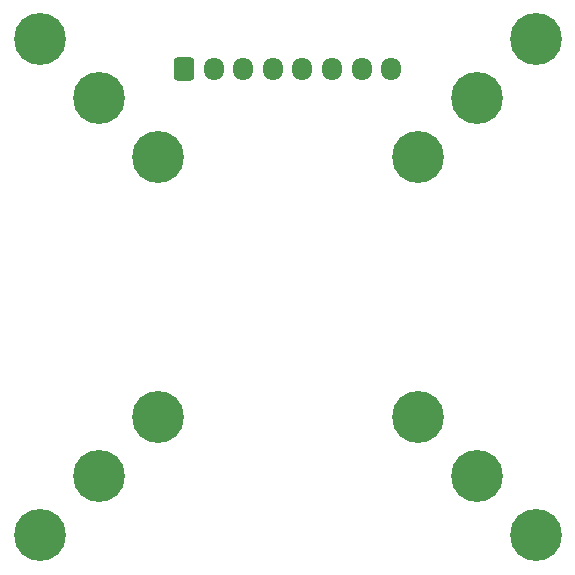
<source format=gbr>
%TF.GenerationSoftware,KiCad,Pcbnew,(6.0.0)*%
%TF.CreationDate,2022-01-20T18:02:09+07:00*%
%TF.ProjectId,CubeSat Encoder,43756265-5361-4742-9045-6e636f646572,rev?*%
%TF.SameCoordinates,Original*%
%TF.FileFunction,Soldermask,Bot*%
%TF.FilePolarity,Negative*%
%FSLAX46Y46*%
G04 Gerber Fmt 4.6, Leading zero omitted, Abs format (unit mm)*
G04 Created by KiCad (PCBNEW (6.0.0)) date 2022-01-20 18:02:09*
%MOMM*%
%LPD*%
G01*
G04 APERTURE LIST*
G04 Aperture macros list*
%AMRoundRect*
0 Rectangle with rounded corners*
0 $1 Rounding radius*
0 $2 $3 $4 $5 $6 $7 $8 $9 X,Y pos of 4 corners*
0 Add a 4 corners polygon primitive as box body*
4,1,4,$2,$3,$4,$5,$6,$7,$8,$9,$2,$3,0*
0 Add four circle primitives for the rounded corners*
1,1,$1+$1,$2,$3*
1,1,$1+$1,$4,$5*
1,1,$1+$1,$6,$7*
1,1,$1+$1,$8,$9*
0 Add four rect primitives between the rounded corners*
20,1,$1+$1,$2,$3,$4,$5,0*
20,1,$1+$1,$4,$5,$6,$7,0*
20,1,$1+$1,$6,$7,$8,$9,0*
20,1,$1+$1,$8,$9,$2,$3,0*%
G04 Aperture macros list end*
%ADD10C,4.400000*%
%ADD11C,0.700000*%
%ADD12RoundRect,0.250000X-0.600000X-0.725000X0.600000X-0.725000X0.600000X0.725000X-0.600000X0.725000X0*%
%ADD13O,1.700000X1.950000*%
G04 APERTURE END LIST*
D10*
%TO.C,H12*%
X125000000Y-55000000D03*
D11*
X126650000Y-55000000D03*
X126166726Y-56166726D03*
X125000000Y-56650000D03*
X123833274Y-56166726D03*
X123350000Y-55000000D03*
X123833274Y-53833274D03*
X125000000Y-53350000D03*
X126166726Y-53833274D03*
%TD*%
D10*
%TO.C,H11*%
X125000000Y-87000000D03*
D11*
X126650000Y-87000000D03*
X126166726Y-88166726D03*
X125000000Y-88650000D03*
X123833274Y-88166726D03*
X123350000Y-87000000D03*
X123833274Y-85833274D03*
X125000000Y-85350000D03*
X126166726Y-85833274D03*
%TD*%
D10*
%TO.C,H10*%
X157000000Y-87000000D03*
D11*
X158650000Y-87000000D03*
X158166726Y-88166726D03*
X157000000Y-88650000D03*
X155833274Y-88166726D03*
X155350000Y-87000000D03*
X155833274Y-85833274D03*
X157000000Y-85350000D03*
X158166726Y-85833274D03*
%TD*%
D10*
%TO.C,H9*%
X157000000Y-55000000D03*
D11*
X158650000Y-55000000D03*
X158166726Y-56166726D03*
X157000000Y-56650000D03*
X155833274Y-56166726D03*
X155350000Y-55000000D03*
X155833274Y-53833274D03*
X157000000Y-53350000D03*
X158166726Y-53833274D03*
%TD*%
D10*
%TO.C,H8*%
X120000000Y-92000000D03*
D11*
X121650000Y-92000000D03*
X121166726Y-93166726D03*
X120000000Y-93650000D03*
X118833274Y-93166726D03*
X118350000Y-92000000D03*
X118833274Y-90833274D03*
X120000000Y-90350000D03*
X121166726Y-90833274D03*
%TD*%
D10*
%TO.C,H7*%
X162000000Y-92000000D03*
D11*
X163650000Y-92000000D03*
X163166726Y-93166726D03*
X162000000Y-93650000D03*
X160833274Y-93166726D03*
X160350000Y-92000000D03*
X160833274Y-90833274D03*
X162000000Y-90350000D03*
X163166726Y-90833274D03*
%TD*%
D10*
%TO.C,H6*%
X120000000Y-50000000D03*
D11*
X121650000Y-50000000D03*
X121166726Y-51166726D03*
X120000000Y-51650000D03*
X118833274Y-51166726D03*
X118350000Y-50000000D03*
X118833274Y-48833274D03*
X120000000Y-48350000D03*
X121166726Y-48833274D03*
%TD*%
D10*
%TO.C,H5*%
X162000000Y-50000000D03*
D11*
X163650000Y-50000000D03*
X163166726Y-51166726D03*
X162000000Y-51650000D03*
X160833274Y-51166726D03*
X160350000Y-50000000D03*
X160833274Y-48833274D03*
X162000000Y-48350000D03*
X163166726Y-48833274D03*
%TD*%
%TO.C,H2*%
X131650000Y-82000000D03*
D10*
X130000000Y-82000000D03*
D11*
X128350000Y-82000000D03*
X130000000Y-80350000D03*
X131166726Y-83166726D03*
X128833274Y-80833274D03*
X130000000Y-83650000D03*
X131166726Y-80833274D03*
X128833274Y-83166726D03*
%TD*%
%TO.C,H1*%
X128350000Y-60000000D03*
X131166726Y-58833274D03*
X128833274Y-61166726D03*
X131650000Y-60000000D03*
X131166726Y-61166726D03*
X130000000Y-58350000D03*
D10*
X130000000Y-60000000D03*
D11*
X128833274Y-58833274D03*
X130000000Y-61650000D03*
%TD*%
%TO.C,H3*%
X150833274Y-58833274D03*
X150833274Y-61166726D03*
X150350000Y-60000000D03*
X153166726Y-61166726D03*
X153166726Y-58833274D03*
X152000000Y-61650000D03*
X153650000Y-60000000D03*
D10*
X152000000Y-60000000D03*
D11*
X152000000Y-58350000D03*
%TD*%
%TO.C,H4*%
X150833274Y-83166726D03*
X150833274Y-80833274D03*
D10*
X152000000Y-82000000D03*
D11*
X150350000Y-82000000D03*
X152000000Y-83650000D03*
X152000000Y-80350000D03*
X153166726Y-80833274D03*
X153166726Y-83166726D03*
X153650000Y-82000000D03*
%TD*%
D12*
%TO.C,J1*%
X132250000Y-52550000D03*
D13*
X134750000Y-52550000D03*
X137250000Y-52550000D03*
X139750000Y-52550000D03*
X142250000Y-52550000D03*
X144750000Y-52550000D03*
X147250000Y-52550000D03*
X149750000Y-52550000D03*
%TD*%
M02*

</source>
